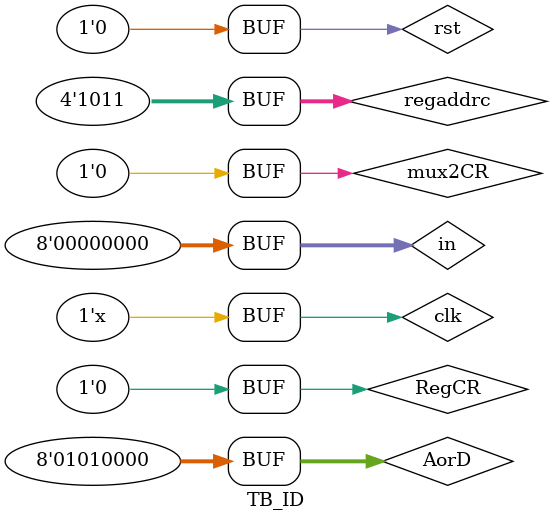
<source format=v>
`timescale 1ns / 1ps


module TB_ID;

	// Inputs
	reg [3:0] regaddrc;
	reg RegCR;
	reg [7:0] in;
	reg [7:0] AorD;
	reg mux2CR;
	reg clk;
	reg rst;

	// Outputs
	wire [7:0] ORa;
	wire [7:0] ORb;

	// Instantiate the Unit Under Test (UUT)
	ID uut (
		.regaddrc(regaddrc), 
		.RegCR(RegCR), 
		.ORa(ORa), 
		.ORb(ORb), 
		.in(in), 
		.AorD(AorD), 
		.mux2CR(mux2CR), 
		.clk(clk), 
		.rst(rst)
	);

	initial begin
		// Initialize Inputs
		regaddrc = 0;
		RegCR = 0;
		in = 0;
		AorD = 0;
		mux2CR = 0;
		clk = 0;
		rst = 1;

		// Wait 100 ns for global reset to finish
		#100;
        	regaddrc = 0;
		RegCR = 0;
		in = 0;
		AorD = 0;
		mux2CR = 0;
		clk = 0;
		rst = 0;
		#100;
			regaddrc = 11;
		RegCR = 1;
		in = 80;
		AorD = 90;
		mux2CR = 0;
		clk = 0;
		rst = 0;
		#100;
			regaddrc = 11;
		RegCR = 0;
		in = 0;
		AorD = 80;
		mux2CR = 90;
		clk = 0;
		rst = 0;
		#100;
		// Add stimulus here

	end
      always #10 clk = ~ clk;
endmodule


</source>
